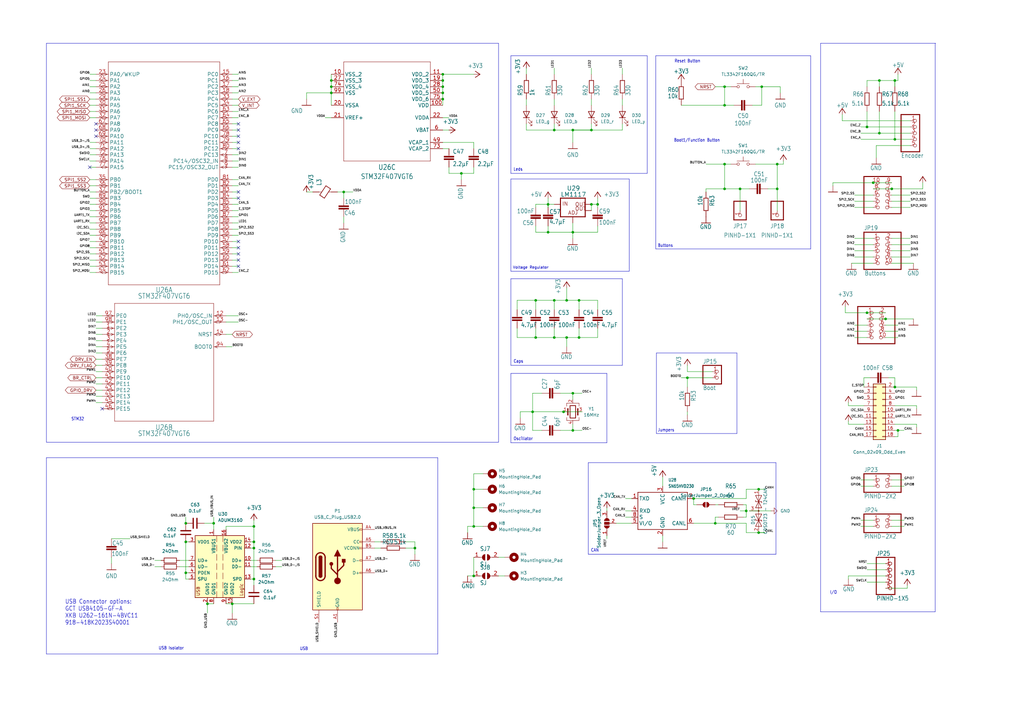
<source format=kicad_sch>
(kicad_sch
	(version 20250114)
	(generator "eeschema")
	(generator_version "9.0")
	(uuid "4cd24381-ef0a-4fc3-9080-2f3d7a881fa0")
	(paper "A3")
	
	(text "Oscillator"
		(exclude_from_sim no)
		(at 210.566 180.848 0)
		(effects
			(font
				(size 1.27 1.0795)
			)
			(justify left bottom)
		)
		(uuid "0a460622-1fd8-4854-b6a0-56e64b4b0ae3")
	)
	(text "I/O"
		(exclude_from_sim no)
		(at 340.36 243.84 0)
		(effects
			(font
				(size 1.27 1.0795)
			)
			(justify left bottom)
		)
		(uuid "0b500d5d-857f-4d84-8981-369f92eb97b6")
	)
	(text "Jumpers"
		(exclude_from_sim no)
		(at 269.748 177.292 0)
		(effects
			(font
				(size 1.27 1.0795)
			)
			(justify left bottom)
		)
		(uuid "12565cf4-442f-4dbd-85fa-83282b6c2e14")
	)
	(text "STM32"
		(exclude_from_sim no)
		(at 29.21 172.72 0)
		(effects
			(font
				(size 1.27 1.0795)
			)
			(justify left bottom)
		)
		(uuid "338edd2e-5846-4ed8-b03a-02aaba45fb11")
	)
	(text "USB"
		(exclude_from_sim no)
		(at 122.936 266.954 0)
		(effects
			(font
				(size 1.27 1.0795)
			)
			(justify left bottom)
		)
		(uuid "4207712e-96ec-4ad3-8105-4bb4852172b7")
	)
	(text "USB Connector options:\nGCT USB4105-GF-A\nXKB U262-161N-4BVC11\n918-418K2023S40001"
		(exclude_from_sim no)
		(at 26.67 256.54 0)
		(effects
			(font
				(size 1.778 1.5113)
			)
			(justify left bottom)
		)
		(uuid "50928061-8a83-43a9-87b9-94f46165cb88")
	)
	(text "Boot1/Function Button"
		(exclude_from_sim no)
		(at 276.352 58.42 0)
		(effects
			(font
				(size 1.27 1.0795)
			)
			(justify left bottom)
		)
		(uuid "5811032a-1597-4a4c-a7a3-d8e2c86e2053")
	)
	(text "Voltage Regulator"
		(exclude_from_sim no)
		(at 210.312 110.49 0)
		(effects
			(font
				(size 1.0795 1.0795)
			)
			(justify left bottom)
		)
		(uuid "5aa86ef3-98c5-4aa0-95b4-06dd013edb64")
	)
	(text "USB Isolator"
		(exclude_from_sim no)
		(at 65.024 266.7 0)
		(effects
			(font
				(size 1.27 1.0795)
			)
			(justify left bottom)
		)
		(uuid "67debb50-1335-40e2-ad5d-ee9d9b604a07")
	)
	(text "CAN"
		(exclude_from_sim no)
		(at 242.316 226.568 0)
		(effects
			(font
				(size 1.27 1.0795)
			)
			(justify left bottom)
		)
		(uuid "6db5d67a-cc58-4f23-9b96-8a73308bae06")
	)
	(text "Caps"
		(exclude_from_sim no)
		(at 210.566 149.098 0)
		(effects
			(font
				(size 1.27 1.0795)
			)
			(justify left bottom)
		)
		(uuid "72109094-d9c8-40a7-b95d-13687325852a")
	)
	(text "Leds"
		(exclude_from_sim no)
		(at 210.566 70.358 0)
		(effects
			(font
				(size 1.27 1.0795)
			)
			(justify left bottom)
		)
		(uuid "89205ea3-a47b-42c3-960b-77913fa4acf7")
	)
	(text "Buttons"
		(exclude_from_sim no)
		(at 269.748 101.6 0)
		(effects
			(font
				(size 1.27 1.0795)
			)
			(justify left bottom)
		)
		(uuid "eed26fec-175b-4929-8089-63ded238b187")
	)
	(text "Reset Button"
		(exclude_from_sim no)
		(at 276.606 25.908 0)
		(effects
			(font
				(size 1.27 1.0795)
			)
			(justify left bottom)
		)
		(uuid "f998a4f2-3c6a-4171-9400-fb08a2549479")
	)
	(junction
		(at 181.61 35.56)
		(diameter 0)
		(color 0 0 0 0)
		(uuid "010b79e0-934b-4c47-b151-1cfd9eda702c")
	)
	(junction
		(at 218.44 168.91)
		(diameter 0)
		(color 0 0 0 0)
		(uuid "01232a58-c264-416a-88eb-14035b9f0946")
	)
	(junction
		(at 234.95 176.53)
		(diameter 0)
		(color 0 0 0 0)
		(uuid "044f5202-ae0b-40ac-9345-4cfdffc2b018")
	)
	(junction
		(at 194.31 236.22)
		(diameter 0)
		(color 0 0 0 0)
		(uuid "0791c98c-b2a5-4897-9a88-66186f0f6212")
	)
	(junction
		(at 140.97 78.74)
		(diameter 0)
		(color 0 0 0 0)
		(uuid "0cde37ae-4449-45cf-b0f4-ccebc6485d03")
	)
	(junction
		(at 104.14 237.49)
		(diameter 0)
		(color 0 0 0 0)
		(uuid "0fdc7f81-3909-47c4-a8be-e2216c45f4d3")
	)
	(junction
		(at 311.15 200.66)
		(diameter 0)
		(color 0 0 0 0)
		(uuid "1003d38f-f582-40ff-b491-da89ac4857d2")
	)
	(junction
		(at 297.18 35.56)
		(diameter 0)
		(color 0 0 0 0)
		(uuid "11738ed3-7987-485e-a886-ae602b0adf98")
	)
	(junction
		(at 365.76 77.47)
		(diameter 0)
		(color 0 0 0 0)
		(uuid "15c11c72-cafc-45c7-9f2c-a35c2dd03671")
	)
	(junction
		(at 135.89 38.1)
		(diameter 0)
		(color 0 0 0 0)
		(uuid "162e8bfd-71f9-4c46-b3de-0df5692ad9d0")
	)
	(junction
		(at 224.79 95.25)
		(diameter 0)
		(color 0 0 0 0)
		(uuid "179a248d-d2da-4e7d-849f-486a0fd82043")
	)
	(junction
		(at 76.2 222.25)
		(diameter 0)
		(color 0 0 0 0)
		(uuid "1ae6e937-e4d7-47fa-ae16-00043a2e2cc1")
	)
	(junction
		(at 360.68 33.02)
		(diameter 0)
		(color 0 0 0 0)
		(uuid "1c8b0568-2cbd-4d94-9e91-74892f19bba2")
	)
	(junction
		(at 367.03 158.75)
		(diameter 0)
		(color 0 0 0 0)
		(uuid "22975299-f17b-4120-9595-ff8eee9d2209")
	)
	(junction
		(at 219.71 138.43)
		(diameter 0)
		(color 0 0 0 0)
		(uuid "25b2d5fa-598a-4e38-a805-c55001d6bf3c")
	)
	(junction
		(at 227.33 138.43)
		(diameter 0)
		(color 0 0 0 0)
		(uuid "26a8e897-49a9-4b57-a996-18501af8538f")
	)
	(junction
		(at 104.14 222.25)
		(diameter 0)
		(color 0 0 0 0)
		(uuid "27f8150e-3e16-4d83-b7da-983236ed7284")
	)
	(junction
		(at 135.89 35.56)
		(diameter 0)
		(color 0 0 0 0)
		(uuid "2d32ad1c-4181-4f58-b3de-64ef5b51408d")
	)
	(junction
		(at 297.18 67.31)
		(diameter 0)
		(color 0 0 0 0)
		(uuid "2fca7a11-ba20-445a-afa2-43ae3519b690")
	)
	(junction
		(at 284.48 204.47)
		(diameter 0)
		(color 0 0 0 0)
		(uuid "30021a61-46c4-462c-9b94-bef1fe87e5dd")
	)
	(junction
		(at 231.14 168.91)
		(diameter 0)
		(color 0 0 0 0)
		(uuid "33a90520-f878-4301-b068-10c661bbb3f4")
	)
	(junction
		(at 245.11 83.82)
		(diameter 0)
		(color 0 0 0 0)
		(uuid "342b00a3-8688-4d6f-97f5-7bcfd471e43a")
	)
	(junction
		(at 367.03 57.15)
		(diameter 0)
		(color 0 0 0 0)
		(uuid "3671c4fa-e23c-4e4e-9f7c-5c7e72df968c")
	)
	(junction
		(at 297.18 43.18)
		(diameter 0)
		(color 0 0 0 0)
		(uuid "38b79daf-36f0-4f86-a4ba-b359589b3297")
	)
	(junction
		(at 312.42 35.56)
		(diameter 0)
		(color 0 0 0 0)
		(uuid "3fdbccaa-e96f-4124-934d-4e0b776aac76")
	)
	(junction
		(at 194.31 215.9)
		(diameter 0)
		(color 0 0 0 0)
		(uuid "43722d3e-5fa7-4b6a-a76e-bf20eaf6e6ea")
	)
	(junction
		(at 306.07 209.55)
		(diameter 0)
		(color 0 0 0 0)
		(uuid "4db0d81f-8bd5-422d-9e6d-fd76a83a023d")
	)
	(junction
		(at 234.95 53.34)
		(diameter 0)
		(color 0 0 0 0)
		(uuid "4dbb49d8-92c1-4fa0-b910-55becd90f417")
	)
	(junction
		(at 76.2 214.63)
		(diameter 0)
		(color 0 0 0 0)
		(uuid "5294186c-a8db-4806-b966-9c7487cbc519")
	)
	(junction
		(at 242.57 83.82)
		(diameter 0)
		(color 0 0 0 0)
		(uuid "558e3b89-f2dc-42ad-a343-ca74a10b1bb3")
	)
	(junction
		(at 232.41 123.19)
		(diameter 0)
		(color 0 0 0 0)
		(uuid "5c095701-beec-4647-91ee-cec622c5cd0f")
	)
	(junction
		(at 219.71 123.19)
		(diameter 0)
		(color 0 0 0 0)
		(uuid "5f8eb759-5fc7-420a-9d45-b94284544376")
	)
	(junction
		(at 181.61 38.1)
		(diameter 0)
		(color 0 0 0 0)
		(uuid "61806514-3780-4839-9112-85ab5d146a5c")
	)
	(junction
		(at 224.79 83.82)
		(diameter 0)
		(color 0 0 0 0)
		(uuid "6181cded-8747-4255-b663-a9270239f1f1")
	)
	(junction
		(at 104.14 224.79)
		(diameter 0)
		(color 0 0 0 0)
		(uuid "6365110b-39a9-4860-8ff5-241296a0a3ea")
	)
	(junction
		(at 181.61 40.64)
		(diameter 0)
		(color 0 0 0 0)
		(uuid "68ab1aef-5085-4897-a8c0-045c8a4cbea8")
	)
	(junction
		(at 293.37 214.63)
		(diameter 0)
		(color 0 0 0 0)
		(uuid "71a23ff1-5fc8-4dbe-a87d-6583081e15ef")
	)
	(junction
		(at 358.14 74.93)
		(diameter 0)
		(color 0 0 0 0)
		(uuid "7d55df70-ee1a-4842-a940-859533870bf0")
	)
	(junction
		(at 363.22 130.81)
		(diameter 0)
		(color 0 0 0 0)
		(uuid "84bc4df4-e211-45bd-a2a6-35624ac771b2")
	)
	(junction
		(at 95.25 247.65)
		(diameter 0)
		(color 0 0 0 0)
		(uuid "85787eb3-85dc-4bde-91d7-89cdc23fabac")
	)
	(junction
		(at 355.6 128.27)
		(diameter 0)
		(color 0 0 0 0)
		(uuid "8dae98ed-cbf8-4444-ad4b-6dedff817c9e")
	)
	(junction
		(at 367.03 33.02)
		(diameter 0)
		(color 0 0 0 0)
		(uuid "8de2c57d-1e6a-4472-8eba-63ecb8df4dad")
	)
	(junction
		(at 318.77 67.31)
		(diameter 0)
		(color 0 0 0 0)
		(uuid "9b36882f-ae14-4e97-8b22-ea205f85f10b")
	)
	(junction
		(at 281.94 154.94)
		(diameter 0)
		(color 0 0 0 0)
		(uuid "9f27bb7a-5c8c-41af-800b-614d4544a1fd")
	)
	(junction
		(at 85.09 247.65)
		(diameter 0)
		(color 0 0 0 0)
		(uuid "a1be23df-a9a6-45de-aaef-503e10fb1323")
	)
	(junction
		(at 368.3 176.53)
		(diameter 0)
		(color 0 0 0 0)
		(uuid "a2f87b4c-51dd-4de9-99da-ecb0abf48f7a")
	)
	(junction
		(at 87.63 214.63)
		(diameter 0)
		(color 0 0 0 0)
		(uuid "a3e298eb-fe69-4d1e-8351-982a8271a78b")
	)
	(junction
		(at 234.95 161.29)
		(diameter 0)
		(color 0 0 0 0)
		(uuid "a648e6db-1cb8-465d-ae3a-0b1b821a68ba")
	)
	(junction
		(at 194.31 200.66)
		(diameter 0)
		(color 0 0 0 0)
		(uuid "a7ef7365-45be-4909-847a-0edd3227fb77")
	)
	(junction
		(at 232.41 138.43)
		(diameter 0)
		(color 0 0 0 0)
		(uuid "a8786951-375b-4fee-9edb-e1d298f06b5a")
	)
	(junction
		(at 360.68 54.61)
		(diameter 0)
		(color 0 0 0 0)
		(uuid "ad5f1041-baba-4848-8d5c-8aa6698071ae")
	)
	(junction
		(at 311.15 218.44)
		(diameter 0)
		(color 0 0 0 0)
		(uuid "b328bfb9-eeed-4ed8-8895-18270075868b")
	)
	(junction
		(at 318.77 77.47)
		(diameter 0)
		(color 0 0 0 0)
		(uuid "b34e7678-88d2-4c8c-b01f-8c589ce1606b")
	)
	(junction
		(at 104.14 215.9)
		(diameter 0)
		(color 0 0 0 0)
		(uuid "b47ea42b-43f0-420d-8ad4-cae4364b2278")
	)
	(junction
		(at 234.95 95.25)
		(diameter 0)
		(color 0 0 0 0)
		(uuid "bb57eedc-922c-4792-a291-c7b1233bac13")
	)
	(junction
		(at 227.33 53.34)
		(diameter 0)
		(color 0 0 0 0)
		(uuid "bb9d5bd1-5762-4fa7-8144-838832b872af")
	)
	(junction
		(at 194.31 208.28)
		(diameter 0)
		(color 0 0 0 0)
		(uuid "cb0ea476-a6be-48a9-84e9-810ee48ee96e")
	)
	(junction
		(at 355.6 52.07)
		(diameter 0)
		(color 0 0 0 0)
		(uuid "cd9b47fc-efd4-40c8-b08c-95e5d95dfdaf")
	)
	(junction
		(at 170.18 224.79)
		(diameter 0)
		(color 0 0 0 0)
		(uuid "d2381e7b-52ed-438a-80ff-6c8b8a1b821e")
	)
	(junction
		(at 181.61 30.48)
		(diameter 0)
		(color 0 0 0 0)
		(uuid "d40f769d-cf14-4e25-946a-cfb7b9c55d5a")
	)
	(junction
		(at 189.23 71.12)
		(diameter 0)
		(color 0 0 0 0)
		(uuid "d90e1444-9936-4769-a079-aa9c962f4d20")
	)
	(junction
		(at 135.89 33.02)
		(diameter 0)
		(color 0 0 0 0)
		(uuid "d9f2b5d3-9c26-46d6-b39e-176002497761")
	)
	(junction
		(at 181.61 33.02)
		(diameter 0)
		(color 0 0 0 0)
		(uuid "dedef0ea-15c9-49ab-9fcd-2533ab500259")
	)
	(junction
		(at 242.57 53.34)
		(diameter 0)
		(color 0 0 0 0)
		(uuid "e28b219e-3a28-496e-b1b2-eefab3997696")
	)
	(junction
		(at 76.2 234.95)
		(diameter 0)
		(color 0 0 0 0)
		(uuid "eb3f2cc5-f3c2-4d1b-ac5f-4f304835c890")
	)
	(junction
		(at 237.49 123.19)
		(diameter 0)
		(color 0 0 0 0)
		(uuid "ebefa6a3-bedf-4c59-954f-498b42d712ae")
	)
	(junction
		(at 297.18 77.47)
		(diameter 0)
		(color 0 0 0 0)
		(uuid "ec2913a9-267f-45d2-bf96-fbba99e3753a")
	)
	(junction
		(at 303.53 77.47)
		(diameter 0)
		(color 0 0 0 0)
		(uuid "ee27e369-9770-49cf-91e6-9aa83dc585a4")
	)
	(junction
		(at 237.49 138.43)
		(diameter 0)
		(color 0 0 0 0)
		(uuid "ef430c1c-1a34-4c6e-80d8-41187048e090")
	)
	(junction
		(at 227.33 123.19)
		(diameter 0)
		(color 0 0 0 0)
		(uuid "f54294c8-c6f9-44eb-a63f-888d8f74edb7")
	)
	(no_connect
		(at 97.79 109.22)
		(uuid "0aed50e7-be01-426d-9fee-579de72cdd02")
	)
	(no_connect
		(at 36.83 68.58)
		(uuid "113112c8-66f7-453f-9331-17fbe5892696")
	)
	(no_connect
		(at 97.79 78.74)
		(uuid "115b2754-b597-4358-872e-b3c7c84bf35a")
	)
	(no_connect
		(at 97.79 101.6)
		(uuid "1364a65d-7e92-4950-9bf0-15b2662a864e")
	)
	(no_connect
		(at 97.79 106.68)
		(uuid "1d941627-12f5-4656-8c1b-7b5484b853df")
	)
	(no_connect
		(at 41.91 167.64)
		(uuid "2eeea1df-4623-4a87-8797-7d49f6bd41c4")
	)
	(no_connect
		(at 97.79 104.14)
		(uuid "3c1fde23-834b-486a-be0e-149de5a873e6")
	)
	(no_connect
		(at 97.79 53.34)
		(uuid "40409f38-ddbe-4872-be4e-4963832aab4b")
	)
	(no_connect
		(at 39.37 50.8)
		(uuid "431b6929-0585-4ec8-a4aa-72cb65b8186d")
	)
	(no_connect
		(at 97.79 99.06)
		(uuid "4e6772ab-84ec-4c3e-a14b-3c69490cf518")
	)
	(no_connect
		(at 39.37 55.88)
		(uuid "c29e6ed9-4685-49aa-81bd-e84a22a9c6b7")
	)
	(no_connect
		(at 97.79 50.8)
		(uuid "c8f29373-c361-4c5f-a4c3-bbb70c517f50")
	)
	(no_connect
		(at 97.79 81.28)
		(uuid "d6b1d3ad-3ab3-46fd-b487-5bd73ec6e69b")
	)
	(no_connect
		(at 97.79 58.42)
		(uuid "db9b3b39-e609-489e-9faa-16825592065e")
	)
	(no_connect
		(at 97.79 55.88)
		(uuid "de68736e-76c1-492c-8e1a-ed302b0cc768")
	)
	(no_connect
		(at 97.79 60.96)
		(uuid "f2254955-8005-4548-b83d-fa24b5582b5a")
	)
	(no_connect
		(at 39.37 53.34)
		(uuid "f6a07888-d78e-4e14-bb92-a105c0d639f8")
	)
	(wire
		(pts
			(xy 234.95 53.34) (xy 234.95 58.42)
		)
		(stroke
			(width 0.1524)
			(type solid)
		)
		(uuid "00d25a45-6819-44e8-930f-c3489b508fcc")
	)
	(wire
		(pts
			(xy 95.25 247.65) (xy 95.25 251.46)
		)
		(stroke
			(width 0)
			(type default)
		)
		(uuid "00ef781a-b304-45e5-9651-c353fb7d9d32")
	)
	(wire
		(pts
			(xy 41.91 157.48) (xy 39.37 157.48)
		)
		(stroke
			(width 0.1524)
			(type solid)
		)
		(uuid "011a0f6f-79ec-4813-81fb-803893fd26bb")
	)
	(wire
		(pts
			(xy 41.91 165.1) (xy 39.37 165.1)
		)
		(stroke
			(width 0.1524)
			(type solid)
		)
		(uuid "01370067-6610-47a2-b837-6049445ddaa4")
	)
	(wire
		(pts
			(xy 125.73 38.1) (xy 135.89 38.1)
		)
		(stroke
			(width 0.1524)
			(type solid)
		)
		(uuid "033d2edb-ccf7-4552-9264-570d8611ee31")
	)
	(wire
		(pts
			(xy 39.37 63.5) (xy 36.83 63.5)
		)
		(stroke
			(width 0.1524)
			(type solid)
		)
		(uuid "0397ff6c-cfe5-49f0-a1b6-94d717a5f676")
	)
	(wire
		(pts
			(xy 346.71 125.73) (xy 346.71 128.27)
		)
		(stroke
			(width 0.1524)
			(type solid)
		)
		(uuid "0457c25a-ca93-4c9e-9932-84271300d411")
	)
	(wire
		(pts
			(xy 281.94 154.94) (xy 279.4 154.94)
		)
		(stroke
			(width 0.1524)
			(type solid)
		)
		(uuid "04e8e0e3-0fb8-4f7d-9fe0-698f61af2537")
	)
	(wire
		(pts
			(xy 95.25 91.44) (xy 97.79 91.44)
		)
		(stroke
			(width 0.1524)
			(type solid)
		)
		(uuid "05ba86fb-a785-48b1-aaab-686ba967260e")
	)
	(wire
		(pts
			(xy 95.25 30.48) (xy 97.79 30.48)
		)
		(stroke
			(width 0.1524)
			(type solid)
		)
		(uuid "06e6d3b5-c9bc-4cbf-84c9-fdfe15495a43")
	)
	(wire
		(pts
			(xy 39.37 68.58) (xy 36.83 68.58)
		)
		(stroke
			(width 0.1524)
			(type solid)
		)
		(uuid "06f01195-b579-4750-8114-2a22d89d972c")
	)
	(wire
		(pts
			(xy 39.37 48.26) (xy 36.83 48.26)
		)
		(stroke
			(width 0.1524)
			(type solid)
		)
		(uuid "07272880-dd40-4faa-a0d5-a00645e40ca2")
	)
	(wire
		(pts
			(xy 363.22 241.3) (xy 372.11 241.3)
		)
		(stroke
			(width 0.1524)
			(type solid)
		)
		(uuid "078ef809-fef3-48cd-b057-4056ddc75b93")
	)
	(wire
		(pts
			(xy 365.76 80.01) (xy 373.38 80.01)
		)
		(stroke
			(width 0.1524)
			(type solid)
		)
		(uuid "085fa638-39da-46ef-a00a-0572d5b5ce05")
	)
	(wire
		(pts
			(xy 104.14 222.25) (xy 102.87 222.25)
		)
		(stroke
			(width 0)
			(type default)
		)
		(uuid "09354b86-feb0-465a-8562-25f92e01598b")
	)
	(wire
		(pts
			(xy 373.38 52.07) (xy 355.6 52.07)
		)
		(stroke
			(width 0.1524)
			(type solid)
		)
		(uuid "0a67d4a1-a0dc-4178-bf52-600ba46a35db")
	)
	(wire
		(pts
			(xy 363.22 138.43) (xy 368.3 138.43)
		)
		(stroke
			(width 0.1524)
			(type solid)
		)
		(uuid "0a88c337-8347-4390-a7aa-255b877e5be4")
	)
	(wire
		(pts
			(xy 95.25 60.96) (xy 97.79 60.96)
		)
		(stroke
			(width 0.1524)
			(type solid)
		)
		(uuid "0aa1ec5d-e639-49c6-9d06-8c0216609344")
	)
	(wire
		(pts
			(xy 313.69 218.44) (xy 311.15 218.44)
		)
		(stroke
			(width 0)
			(type default)
		)
		(uuid "0ab70fcb-49b1-40f7-8191-471b3a9fd3a4")
	)
	(wire
		(pts
			(xy 181.61 60.96) (xy 184.15 60.96)
		)
		(stroke
			(width 0.1524)
			(type solid)
		)
		(uuid "0bee82e5-68b2-4169-8433-72cf91dd3068")
	)
	(wire
		(pts
			(xy 347.98 236.22) (xy 363.22 236.22)
		)
		(stroke
			(width 0.1524)
			(type solid)
		)
		(uuid "0bf5eacf-ba25-44ee-b561-a617036fc571")
	)
	(polyline
		(pts
			(xy 209.55 149.86) (xy 255.27 149.86)
		)
		(stroke
			(width 0.1524)
			(type solid)
		)
		(uuid "0ce68aab-40e1-4c7c-9175-f2e30065b2a3")
	)
	(wire
		(pts
			(xy 306.07 214.63) (xy 293.37 214.63)
		)
		(stroke
			(width 0.1524)
			(type solid)
		)
		(uuid "0d31de37-f417-47d1-a6c9-99900ee9b9f2")
	)
	(wire
		(pts
			(xy 347.98 173.99) (xy 347.98 172.72)
		)
		(stroke
			(width 0)
			(type default)
		)
		(uuid "0da24f01-6d86-470f-b8bd-33d51a0bd17b")
	)
	(wire
		(pts
			(xy 279.4 43.18) (xy 297.18 43.18)
		)
		(stroke
			(width 0.1524)
			(type solid)
		)
		(uuid "0eb3bf2d-358a-4da0-8430-9b61a26629ee")
	)
	(polyline
		(pts
			(xy 209.55 153.162) (xy 209.55 181.61)
		)
		(stroke
			(width 0.1524)
			(type solid)
		)
		(uuid "0ef72b09-9a01-4b7c-8d5f-2c4dc7dbc6f8")
	)
	(wire
		(pts
			(xy 297.18 43.18) (xy 300.99 43.18)
		)
		(stroke
			(width 0.1524)
			(type solid)
		)
		(uuid "0f307c0b-5125-43c9-9daa-d7e9051ef531")
	)
	(wire
		(pts
			(xy 358.14 199.39) (xy 353.06 199.39)
		)
		(stroke
			(width 0.1524)
			(type solid)
		)
		(uuid "10a9bdab-c6d2-4a3c-900c-86baa182d12a")
	)
	(wire
		(pts
			(xy 356.87 154.94) (xy 354.33 154.94)
		)
		(stroke
			(width 0)
			(type default)
		)
		(uuid "10ba4afd-4ea3-46cb-90dc-5fe4a09b695e")
	)
	(wire
		(pts
			(xy 358.14 97.79) (xy 350.52 97.79)
		)
		(stroke
			(width 0.1524)
			(type solid)
		)
		(uuid "1147953e-1232-4f70-8278-6ec7c036ccd6")
	)
	(wire
		(pts
			(xy 212.09 123.19) (xy 212.09 127)
		)
		(stroke
			(width 0.1524)
			(type solid)
		)
		(uuid "11650476-cba9-4d5e-9fae-e959a2744ad1")
	)
	(wire
		(pts
			(xy 41.91 154.94) (xy 39.37 154.94)
		)
		(stroke
			(width 0.1524)
			(type solid)
		)
		(uuid "125b7ad1-93d4-4822-9122-d286e0e2791d")
	)
	(polyline
		(pts
			(xy 268.986 102.108) (xy 332.486 102.108)
		)
		(stroke
			(width 0.1524)
			(type solid)
		)
		(uuid "12b4e7ff-f97a-45a0-8757-9c897be412af")
	)
	(polyline
		(pts
			(xy 19.05 187.706) (xy 19.05 268.224)
		)
		(stroke
			(width 0.1524)
			(type solid)
		)
		(uuid "130028bd-4db2-45e4-808d-a6611044f8b5")
	)
	(wire
		(pts
			(xy 104.14 213.36) (xy 104.14 215.9)
		)
		(stroke
			(width 0)
			(type default)
		)
		(uuid "13c08a0d-cb44-4507-b127-0a5120631458")
	)
	(wire
		(pts
			(xy 218.44 168.91) (xy 231.14 168.91)
		)
		(stroke
			(width 0)
			(type default)
		)
		(uuid "163debca-2f43-468c-a5e2-e1f47ef069b5")
	)
	(polyline
		(pts
			(xy 19.05 181.356) (xy 19.05 17.78)
		)
		(stroke
			(width 0.1524)
			(type solid)
		)
		(uuid "16b6e2d0-120e-4ee0-949e-8de70d0af030")
	)
	(wire
		(pts
			(xy 39.37 78.74) (xy 36.83 78.74)
		)
		(stroke
			(width 0.1524)
			(type solid)
		)
		(uuid "178aab5a-e5e0-4e78-96a1-d2cdfea760fc")
	)
	(wire
		(pts
			(xy 95.25 55.88) (xy 97.79 55.88)
		)
		(stroke
			(width 0.1524)
			(type solid)
		)
		(uuid "190a6c2f-1110-4fe3-9b86-838a9635ff19")
	)
	(wire
		(pts
			(xy 41.91 147.32) (xy 39.37 147.32)
		)

... [252827 chars truncated]
</source>
